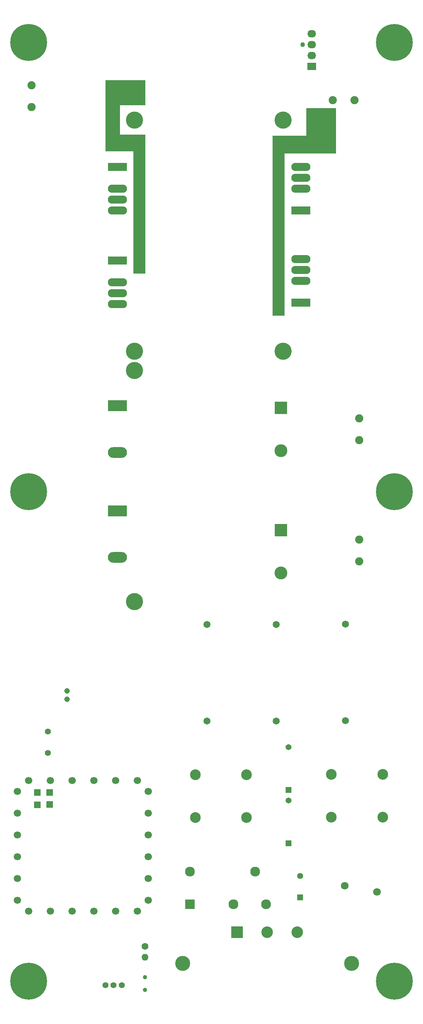
<source format=gbr>
%TF.GenerationSoftware,KiCad,Pcbnew,9.0.0*%
%TF.CreationDate,2025-06-29T21:09:52-04:00*%
%TF.ProjectId,RampedFetCoil,52616d70-6564-4466-9574-436f696c2e6b,rev?*%
%TF.SameCoordinates,Original*%
%TF.FileFunction,Soldermask,Bot*%
%TF.FilePolarity,Negative*%
%FSLAX46Y46*%
G04 Gerber Fmt 4.6, Leading zero omitted, Abs format (unit mm)*
G04 Created by KiCad (PCBNEW 9.0.0) date 2025-06-29 21:09:52*
%MOMM*%
%LPD*%
G01*
G04 APERTURE LIST*
%ADD10C,0.100000*%
%ADD11C,1.650000*%
%ADD12C,0.900000*%
%ADD13C,8.600000*%
%ADD14R,1.422400X1.422400*%
%ADD15C,1.422400*%
%ADD16C,1.700000*%
%ADD17C,1.905000*%
%ADD18C,4.000000*%
%ADD19C,1.408000*%
%ADD20C,1.000000*%
%ADD21C,2.500000*%
%ADD22R,3.000000X3.000000*%
%ADD23C,3.000000*%
%ADD24R,4.500000X1.905000*%
%ADD25O,4.500000X1.905000*%
%ADD26R,1.371600X1.371600*%
%ADD27C,1.371600*%
%ADD28C,3.500000*%
%ADD29R,2.700000X2.700000*%
%ADD30C,2.700000*%
%ADD31C,1.400000*%
%ADD32C,1.100000*%
%ADD33R,2.030000X1.730000*%
%ADD34O,2.030000X1.730000*%
%ADD35C,1.600000*%
%ADD36O,1.600000X1.600000*%
%ADD37R,4.500000X2.500000*%
%ADD38O,4.500000X2.500000*%
%ADD39C,1.800000*%
%ADD40R,2.300000X2.300000*%
%ADD41C,2.300000*%
%ADD42C,1.308000*%
%ADD43R,1.500000X1.500000*%
G04 APERTURE END LIST*
D10*
X101750000Y-36500000D02*
X105000000Y-36500000D01*
X105000000Y-49250000D01*
X101750000Y-49250000D01*
X101750000Y-36500000D01*
G36*
X101750000Y-36500000D02*
G01*
X105000000Y-36500000D01*
X105000000Y-49250000D01*
X101750000Y-49250000D01*
X101750000Y-36500000D01*
G37*
X101750000Y-49250000D02*
X111000000Y-49250000D01*
X111000000Y-53000000D01*
X101750000Y-53000000D01*
X101750000Y-49250000D01*
G36*
X101750000Y-49250000D02*
G01*
X111000000Y-49250000D01*
X111000000Y-53000000D01*
X101750000Y-53000000D01*
X101750000Y-49250000D01*
G37*
X140750000Y-49500000D02*
X155500000Y-49500000D01*
X155500000Y-53500000D01*
X140750000Y-53500000D01*
X140750000Y-49500000D01*
G36*
X140750000Y-49500000D02*
G01*
X155500000Y-49500000D01*
X155500000Y-53500000D01*
X140750000Y-53500000D01*
X140750000Y-49500000D01*
G37*
X105000000Y-36500000D02*
X111000000Y-36500000D01*
X111000000Y-42250000D01*
X105000000Y-42250000D01*
X105000000Y-36500000D01*
G36*
X105000000Y-36500000D02*
G01*
X111000000Y-36500000D01*
X111000000Y-42250000D01*
X105000000Y-42250000D01*
X105000000Y-36500000D01*
G37*
X140750000Y-53500000D02*
X143500000Y-53500000D01*
X143500000Y-91400000D01*
X140750000Y-91400000D01*
X140750000Y-53500000D01*
G36*
X140750000Y-53500000D02*
G01*
X143500000Y-53500000D01*
X143500000Y-91400000D01*
X140750000Y-91400000D01*
X140750000Y-53500000D01*
G37*
X148625000Y-43000000D02*
X155500000Y-43000000D01*
X155500000Y-49500000D01*
X148625000Y-49500000D01*
X148625000Y-43000000D01*
G36*
X148625000Y-43000000D02*
G01*
X155500000Y-43000000D01*
X155500000Y-49500000D01*
X148625000Y-49500000D01*
X148625000Y-43000000D01*
G37*
X108250000Y-53000000D02*
X111000000Y-53000000D01*
X111000000Y-81550000D01*
X108250000Y-81550000D01*
X108250000Y-53000000D01*
G36*
X108250000Y-53000000D02*
G01*
X111000000Y-53000000D01*
X111000000Y-81550000D01*
X108250000Y-81550000D01*
X108250000Y-53000000D01*
G37*
D11*
%TO.C,C29*%
X141600000Y-163550000D03*
X141600000Y-186050000D03*
%TD*%
D12*
%TO.C,H6*%
X80525000Y-132500000D03*
X81469581Y-130219581D03*
X81469581Y-134780419D03*
X83750000Y-129275000D03*
D13*
X83750000Y-132500000D03*
D12*
X83750000Y-135725000D03*
X86030419Y-130219581D03*
X86030419Y-134780419D03*
X86975000Y-132500000D03*
%TD*%
D14*
%TO.C,TH1*%
X147200000Y-227200000D03*
D15*
X147200000Y-222200000D03*
%TD*%
D16*
%TO.C,J2*%
X81195406Y-202454594D03*
X81195406Y-207534594D03*
X81195406Y-212614594D03*
X81195406Y-217694594D03*
X81195406Y-222774594D03*
X81195406Y-227854594D03*
X83745406Y-199904594D03*
X83745406Y-230404594D03*
X88825406Y-199904594D03*
X88825406Y-230404594D03*
X93905406Y-199904594D03*
X93905406Y-230404594D03*
X98985406Y-199904594D03*
X98985406Y-230404594D03*
X104065406Y-199904594D03*
X104065406Y-230404594D03*
X109145406Y-199904594D03*
X109145406Y-230404594D03*
X111695406Y-202454594D03*
X111695406Y-207534594D03*
X111695406Y-212614594D03*
X111695406Y-217694594D03*
X111695406Y-222774594D03*
X111695406Y-227854594D03*
%TD*%
D17*
%TO.C,J4*%
X159940000Y-41200000D03*
X154860000Y-41200000D03*
%TD*%
D18*
%TO.C,HS2*%
X108500000Y-158186000D03*
X108500000Y-104250000D03*
%TD*%
D19*
%TO.C,C13*%
X88250000Y-188500000D03*
X88250000Y-193500000D03*
%TD*%
D20*
%TO.C,NE1*%
X111000000Y-245800000D03*
X111000000Y-248800000D03*
%TD*%
D12*
%TO.C,H5*%
X166025000Y-27750000D03*
X166969581Y-25469581D03*
X166969581Y-30030419D03*
X169250000Y-24525000D03*
D13*
X169250000Y-27750000D03*
D12*
X169250000Y-30975000D03*
X171530419Y-25469581D03*
X171530419Y-30030419D03*
X172475000Y-27750000D03*
%TD*%
D21*
%TO.C,FL2*%
X154500000Y-198500000D03*
X166500000Y-198500000D03*
X154500000Y-208500000D03*
X166500000Y-208500000D03*
%TD*%
D17*
%TO.C,J7*%
X161000000Y-148750000D03*
X161000000Y-143670000D03*
%TD*%
D12*
%TO.C,H7*%
X166025000Y-132500000D03*
X166969581Y-130219581D03*
X166969581Y-134780419D03*
X169250000Y-129275000D03*
D13*
X169250000Y-132500000D03*
D12*
X169250000Y-135725000D03*
X171530419Y-130219581D03*
X171530419Y-134780419D03*
X172475000Y-132500000D03*
%TD*%
D22*
%TO.C,C17*%
X142750000Y-113000000D03*
D23*
X142750000Y-123000000D03*
%TD*%
D24*
%TO.C,Q4*%
X147400000Y-88400000D03*
D25*
X147400000Y-83320000D03*
X147400000Y-80780000D03*
X147400000Y-78240000D03*
%TD*%
D24*
%TO.C,Q3*%
X147400000Y-66960000D03*
D25*
X147400000Y-61880000D03*
X147400000Y-59340000D03*
X147400000Y-56800000D03*
%TD*%
D26*
%TO.C,C28*%
X144500000Y-214600000D03*
D27*
X144500000Y-204600000D03*
%TD*%
D24*
%TO.C,Q2*%
X104500000Y-78590000D03*
D25*
X104500000Y-83670000D03*
X104500000Y-86210000D03*
X104500000Y-88750000D03*
%TD*%
D26*
%TO.C,C27*%
X144500000Y-202100000D03*
D27*
X144500000Y-192100000D03*
%TD*%
D11*
%TO.C,C22*%
X157800000Y-185950000D03*
X157800000Y-163450000D03*
%TD*%
D17*
%TO.C,J5*%
X84500000Y-42790000D03*
X84500000Y-37710000D03*
%TD*%
D24*
%TO.C,Q1*%
X104500000Y-56750000D03*
D25*
X104500000Y-61830000D03*
X104500000Y-64370000D03*
X104500000Y-66910000D03*
%TD*%
D28*
%TO.C,J3*%
X119750000Y-242612500D03*
X159250000Y-242612500D03*
D29*
X132500000Y-235312500D03*
D30*
X139500000Y-235312500D03*
X146500000Y-235312500D03*
%TD*%
D31*
%TO.C,U9*%
X101695000Y-247682500D03*
X103600000Y-247682500D03*
X105505000Y-247682500D03*
%TD*%
D32*
%TO.C,M1*%
X147790000Y-28220000D03*
D33*
X149950000Y-33300000D03*
D34*
X149950000Y-30760000D03*
X149950000Y-28220000D03*
X149950000Y-25680000D03*
%TD*%
D11*
%TO.C,C25*%
X125400000Y-163550000D03*
X125400000Y-186050000D03*
%TD*%
D12*
%TO.C,H9*%
X80525000Y-246750000D03*
X81469581Y-244469581D03*
X81469581Y-249030419D03*
X83750000Y-243525000D03*
D13*
X83750000Y-246750000D03*
D12*
X83750000Y-249975000D03*
X86030419Y-244469581D03*
X86030419Y-249030419D03*
X86975000Y-246750000D03*
%TD*%
D18*
%TO.C,HS1*%
X108500000Y-45814000D03*
X108500000Y-99750000D03*
X143200000Y-45814000D03*
X143200000Y-99750000D03*
%TD*%
D12*
%TO.C,H8*%
X80525000Y-27750000D03*
X81469581Y-25469581D03*
X81469581Y-30030419D03*
X83750000Y-24525000D03*
D13*
X83750000Y-27750000D03*
D12*
X83750000Y-30975000D03*
X86030419Y-25469581D03*
X86030419Y-30030419D03*
X86975000Y-27750000D03*
%TD*%
D21*
%TO.C,FL1*%
X122700000Y-198600000D03*
X134700000Y-198600000D03*
X122700000Y-208600000D03*
X134700000Y-208600000D03*
%TD*%
D35*
%TO.C,R51*%
X111000000Y-238655000D03*
D36*
X111000000Y-241195000D03*
%TD*%
D17*
%TO.C,J6*%
X161000000Y-120500000D03*
X161000000Y-115420000D03*
%TD*%
D37*
%TO.C,D9*%
X104500000Y-112486000D03*
D38*
X104500000Y-123386000D03*
%TD*%
D37*
%TO.C,D10*%
X104500000Y-136986000D03*
D38*
X104500000Y-147886000D03*
%TD*%
D39*
%TO.C,RV1*%
X157650000Y-224500000D03*
X165150000Y-225900000D03*
%TD*%
D40*
%TO.C,K2*%
X121500000Y-228820000D03*
D41*
X131660000Y-228820000D03*
X139280000Y-228820000D03*
X136740000Y-221200000D03*
X121500000Y-221200000D03*
%TD*%
D12*
%TO.C,H4*%
X166025000Y-246750000D03*
X166969581Y-244469581D03*
X166969581Y-249030419D03*
X169250000Y-243525000D03*
D13*
X169250000Y-246750000D03*
D12*
X169250000Y-249975000D03*
X171530419Y-244469581D03*
X171530419Y-249030419D03*
X172475000Y-246750000D03*
%TD*%
D42*
%TO.C,C12*%
X92750000Y-181000000D03*
X92750000Y-179000000D03*
%TD*%
D22*
%TO.C,C16*%
X142750000Y-141500000D03*
D23*
X142750000Y-151500000D03*
%TD*%
D43*
%TO.C,TP4*%
X85800000Y-202750000D03*
%TD*%
%TO.C,TP1*%
X85800000Y-205600000D03*
%TD*%
%TO.C,TP3*%
X88700000Y-202700000D03*
%TD*%
%TO.C,TP2*%
X88700000Y-205550000D03*
%TD*%
M02*

</source>
